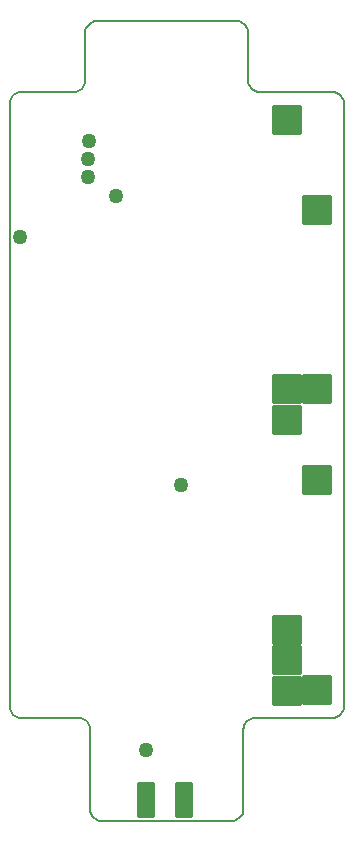
<source format=gbr>
G04 PROTEUS RS274X GERBER FILE*
%FSLAX45Y45*%
%MOMM*%
G01*
%ADD21C,1.270000*%
%AMPPAD021*
4,1,48,
-0.508000,-1.524000,
0.508000,-1.524000,
0.534400,-1.522720,
0.559930,-1.518950,
0.584490,-1.512800,
0.630220,-1.493870,
0.670650,-1.466840,
0.704840,-1.432640,
0.731860,-1.392220,
0.750800,-1.346490,
0.756950,-1.321930,
0.760720,-1.296400,
0.762000,-1.270000,
0.762000,1.270000,
0.760720,1.296400,
0.756950,1.321930,
0.750800,1.346490,
0.731860,1.392220,
0.704840,1.432640,
0.670650,1.466840,
0.630220,1.493870,
0.584490,1.512800,
0.559930,1.518950,
0.534400,1.522720,
0.508000,1.524000,
-0.508000,1.524000,
-0.534400,1.522720,
-0.559930,1.518950,
-0.584490,1.512800,
-0.630220,1.493870,
-0.670650,1.466840,
-0.704840,1.432640,
-0.731860,1.392220,
-0.750800,1.346490,
-0.756950,1.321930,
-0.760720,1.296400,
-0.762000,1.270000,
-0.762000,-1.270000,
-0.760720,-1.296400,
-0.756950,-1.321930,
-0.750800,-1.346490,
-0.731860,-1.392220,
-0.704840,-1.432640,
-0.670650,-1.466840,
-0.630220,-1.493870,
-0.584490,-1.512800,
-0.559930,-1.518950,
-0.534400,-1.522720,
-0.508000,-1.524000,
0*%
%ADD29PPAD021*%
%AMPPAD017*
4,1,48,
-1.016000,1.270000,
1.016000,1.270000,
1.042400,1.268720,
1.067930,1.264950,
1.092490,1.258800,
1.138220,1.239870,
1.178650,1.212840,
1.212840,1.178640,
1.239860,1.138220,
1.258800,1.092490,
1.264950,1.067930,
1.268720,1.042400,
1.270000,1.016000,
1.270000,-1.016000,
1.268720,-1.042400,
1.264950,-1.067930,
1.258800,-1.092490,
1.239860,-1.138220,
1.212840,-1.178640,
1.178650,-1.212840,
1.138220,-1.239870,
1.092490,-1.258800,
1.067930,-1.264950,
1.042400,-1.268720,
1.016000,-1.270000,
-1.016000,-1.270000,
-1.042400,-1.268720,
-1.067930,-1.264950,
-1.092490,-1.258800,
-1.138220,-1.239870,
-1.178650,-1.212840,
-1.212840,-1.178640,
-1.239860,-1.138220,
-1.258800,-1.092490,
-1.264950,-1.067930,
-1.268720,-1.042400,
-1.270000,-1.016000,
-1.270000,1.016000,
-1.268720,1.042400,
-1.264950,1.067930,
-1.258800,1.092490,
-1.239860,1.138220,
-1.212840,1.178640,
-1.178650,1.212840,
-1.138220,1.239870,
-1.092490,1.258800,
-1.067930,1.264950,
-1.042400,1.268720,
-1.016000,1.270000,
0*%
%ADD25PPAD017*%
%ADD71C,0.203200*%
D21*
X-135548Y-2856243D03*
X-1203004Y+1488700D03*
X-619148Y+2303727D03*
X-386522Y+1838175D03*
X-625000Y+2151921D03*
X-625580Y+2001447D03*
X+162114Y-610000D03*
D29*
X-133500Y-3273800D03*
X+184000Y-3273800D03*
D25*
X+1315000Y-570000D03*
X+1060000Y-60000D03*
X+1060000Y-2095000D03*
X+1060000Y-1840000D03*
X+1060000Y-2350000D03*
X+1060000Y+2480000D03*
X+1315000Y+1715000D03*
X+1314300Y-2346700D03*
X+1060000Y+200000D03*
X+1315000Y+200000D03*
D71*
X-610000Y-3352045D02*
X-608010Y-3372492D01*
X-602285Y-3391400D01*
X-581094Y-3423139D01*
X-549356Y-3444330D01*
X-530447Y-3450055D01*
X-510000Y-3452045D01*
X-610000Y-3352045D02*
X-610000Y-2682045D01*
X-611990Y-2661598D01*
X-617715Y-2642690D01*
X-638906Y-2610951D01*
X-670644Y-2589760D01*
X-689553Y-2584035D01*
X-710000Y-2582045D01*
X-1190000Y-2582045D01*
X-1290000Y-2482045D02*
X-1288010Y-2502492D01*
X-1282285Y-2521400D01*
X-1261094Y-2553139D01*
X-1229356Y-2574330D01*
X-1210447Y-2580055D01*
X-1190000Y-2582045D01*
X-1290000Y-2482045D02*
X-1290000Y+2617964D01*
X-1288010Y+2638411D01*
X-1282285Y+2657319D01*
X-1261094Y+2689058D01*
X-1229356Y+2710249D01*
X-1210447Y+2715974D01*
X-1190000Y+2717964D01*
X-750000Y+2717964D01*
X-650000Y+2817964D02*
X-651990Y+2797517D01*
X-657715Y+2778609D01*
X-678906Y+2746870D01*
X-710644Y+2725679D01*
X-729553Y+2719954D01*
X-750000Y+2717964D01*
X-650000Y+2817964D02*
X-650000Y+3218300D01*
X-648010Y+3238747D01*
X-642285Y+3257655D01*
X-621094Y+3289394D01*
X-589356Y+3310585D01*
X-570447Y+3316310D01*
X-550000Y+3318300D01*
X+630000Y+3318300D01*
X+730000Y+3218300D02*
X+728010Y+3238747D01*
X+722285Y+3257655D01*
X+701094Y+3289394D01*
X+669356Y+3310585D01*
X+650447Y+3316310D01*
X+630000Y+3318300D01*
X+730000Y+3218300D02*
X+730000Y+2817964D01*
X+731990Y+2797517D01*
X+737715Y+2778609D01*
X+758906Y+2746870D01*
X+790644Y+2725679D01*
X+809553Y+2719954D01*
X+830000Y+2717964D01*
X+1440000Y+2717964D01*
X+1540000Y+2617964D02*
X+1538010Y+2638411D01*
X+1532285Y+2657319D01*
X+1511094Y+2689058D01*
X+1479356Y+2710249D01*
X+1460447Y+2715974D01*
X+1440000Y+2717964D01*
X+1540000Y+2617964D02*
X+1540000Y-2482045D01*
X+1538010Y-2502492D01*
X+1532285Y-2521400D01*
X+1511094Y-2553139D01*
X+1479356Y-2574330D01*
X+1460447Y-2580055D01*
X+1440000Y-2582045D01*
X+790000Y-2582045D01*
X+690000Y-2682045D02*
X+691990Y-2661598D01*
X+697715Y-2642690D01*
X+718906Y-2610951D01*
X+750644Y-2589760D01*
X+769553Y-2584035D01*
X+790000Y-2582045D01*
X+690000Y-2682045D02*
X+690000Y-3352045D01*
X+688010Y-3372492D01*
X+682285Y-3391400D01*
X+661094Y-3423139D01*
X+629356Y-3444330D01*
X+610447Y-3450055D01*
X+590000Y-3452045D01*
X+302500Y-3452045D01*
X-222500Y-3452045D02*
X-510000Y-3452045D01*
X+302500Y-3452045D02*
X-222500Y-3452045D01*
M02*

</source>
